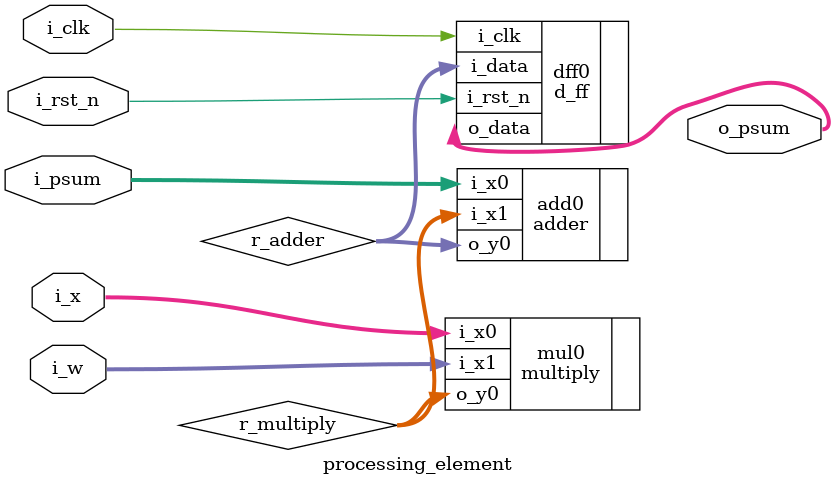
<source format=v>
module processing_element
#(parameter I_X=8, I_W=8, I_PSUM=16, O_PSUM=19, O_MULTIPLY=16, O_ADDER=19, D=19)
(
input i_clk, i_rst_n,
input signed [I_X-1:0] i_x,
input signed [I_W-1:0] i_w,
input signed [I_PSUM-1:0] i_psum,
output signed [O_PSUM-1:0] o_psum);


wire signed [O_MULTIPLY-1:0] r_multiply;
wire signed [O_ADDER-1:0] r_adder;


//description top_module
multiply #(.I_X0(I_X), .I_X1(I_W), .O_Y0(O_MULTIPLY)) 
	mul0(
		.i_x0(i_x),
		.i_x1(i_w),
		.o_y0(r_multiply));
adder #(.I_X0(I_PSUM), .I_X1(O_MULTIPLY), .O_Y0(O_ADDER)) 
	add0 (
		.i_x0(i_psum),
		.i_x1(r_multiply),
		.o_y0(r_adder));
d_ff #(.D(D)) 
	dff0 (
		.i_clk(i_clk),
		.i_rst_n(i_rst_n),
		.i_data(r_adder),
		.o_data(o_psum));


endmodule


</source>
